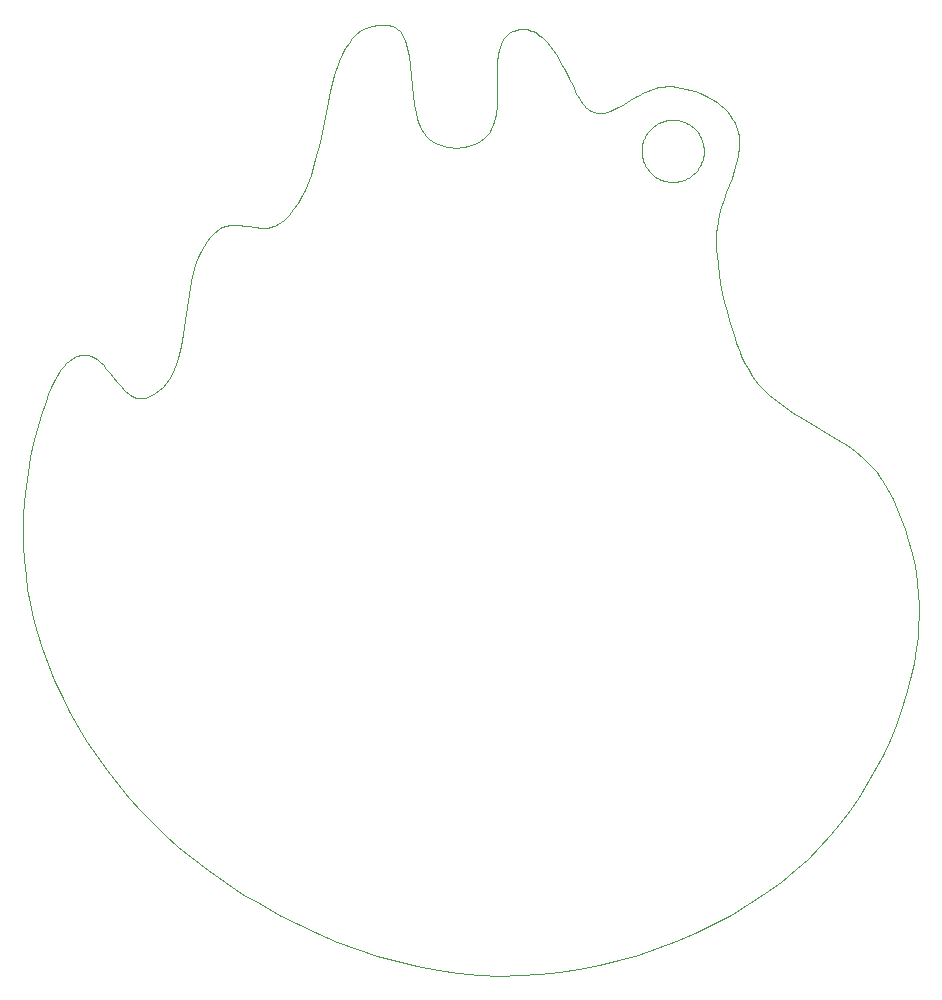
<source format=gbr>
%TF.GenerationSoftware,KiCad,Pcbnew,9.0.6*%
%TF.CreationDate,2025-11-26T15:21:53-08:00*%
%TF.ProjectId,CNC_Class_PCB,434e435f-436c-4617-9373-5f5043422e6b,rev?*%
%TF.SameCoordinates,Original*%
%TF.FileFunction,Profile,NP*%
%FSLAX46Y46*%
G04 Gerber Fmt 4.6, Leading zero omitted, Abs format (unit mm)*
G04 Created by KiCad (PCBNEW 9.0.6) date 2025-11-26 15:21:53*
%MOMM*%
%LPD*%
G01*
G04 APERTURE LIST*
%TA.AperFunction,Profile*%
%ADD10C,0.109999*%
%TD*%
%TA.AperFunction,Profile*%
%ADD11C,0.117966*%
%TD*%
G04 APERTURE END LIST*
D10*
X72917906Y-50056672D02*
X73199083Y-50137772D01*
X73448989Y-50258201D01*
X73669737Y-50415517D01*
X73863444Y-50607276D01*
X74032221Y-50831036D01*
X74178185Y-51084353D01*
X74303448Y-51364783D01*
X74410125Y-51669884D01*
X74500330Y-51997214D01*
X74639781Y-52708782D01*
X74738711Y-53479944D01*
X74814035Y-54291154D01*
X74961516Y-55955538D01*
X75067498Y-56769622D01*
X75217524Y-57545575D01*
X75314340Y-57913144D01*
X75428509Y-58263849D01*
X75562145Y-58595250D01*
X75717363Y-58904902D01*
X75896276Y-59190362D01*
X76101000Y-59449187D01*
X76333647Y-59678935D01*
X76596333Y-59877160D01*
X76830323Y-60014575D01*
X77079766Y-60132581D01*
X77342355Y-60231180D01*
X77615783Y-60310377D01*
X77897742Y-60370175D01*
X78185924Y-60410578D01*
X78478022Y-60431591D01*
X78771728Y-60433218D01*
X79064734Y-60415461D01*
X79354732Y-60378326D01*
X79639414Y-60321814D01*
X79916474Y-60245933D01*
X80183603Y-60150683D01*
X80438494Y-60036070D01*
X80678839Y-59902097D01*
X80792835Y-59827852D01*
X80902329Y-59748769D01*
X81128766Y-59551205D01*
X81325317Y-59328117D01*
X81494090Y-59081457D01*
X81637191Y-58813180D01*
X81756728Y-58525236D01*
X81854810Y-58219577D01*
X81933543Y-57898157D01*
X81995037Y-57562927D01*
X82074734Y-56858844D01*
X82110760Y-56122949D01*
X82119247Y-54618190D01*
X82125430Y-53880561D01*
X82155388Y-53173591D01*
X82225982Y-52512894D01*
X82281786Y-52204781D01*
X82354073Y-51914093D01*
X82444948Y-51642782D01*
X82556521Y-51392800D01*
X82690899Y-51166102D01*
X82850189Y-50964637D01*
X83036500Y-50790359D01*
X83251938Y-50645220D01*
X83498612Y-50531171D01*
X83778628Y-50450166D01*
X83967231Y-50417198D01*
X84151328Y-50399895D01*
X84331050Y-50397733D01*
X84506525Y-50410190D01*
X84677883Y-50436737D01*
X84845252Y-50476853D01*
X85008762Y-50530012D01*
X85168544Y-50595692D01*
X85324724Y-50673365D01*
X85477434Y-50762508D01*
X85626801Y-50862597D01*
X85772956Y-50973106D01*
X85916028Y-51093513D01*
X86056144Y-51223292D01*
X86193437Y-51361918D01*
X86328033Y-51508867D01*
X86589656Y-51825637D01*
X86842047Y-52169406D01*
X87086240Y-52535977D01*
X87323268Y-52921155D01*
X87554167Y-53320744D01*
X87779969Y-53730549D01*
X88220420Y-54564018D01*
X88326627Y-54774227D01*
X88430137Y-54989375D01*
X88634315Y-55426691D01*
X88843450Y-55860371D01*
X88953156Y-56070974D01*
X89068037Y-56274820D01*
X89189404Y-56469959D01*
X89318569Y-56654443D01*
X89386487Y-56742079D01*
X89456845Y-56826319D01*
X89529810Y-56906922D01*
X89605543Y-56983642D01*
X89684211Y-57056235D01*
X89765976Y-57124459D01*
X89851002Y-57188069D01*
X89939454Y-57246822D01*
X90031496Y-57300474D01*
X90127290Y-57348781D01*
X90227003Y-57391500D01*
X90330796Y-57428388D01*
X90425591Y-57455864D01*
X90520090Y-57477642D01*
X90614323Y-57493916D01*
X90708318Y-57504877D01*
X90802105Y-57510717D01*
X90895713Y-57511630D01*
X90989171Y-57507808D01*
X91082510Y-57499442D01*
X91175757Y-57486725D01*
X91268943Y-57469852D01*
X91362097Y-57449012D01*
X91455248Y-57424398D01*
X91641657Y-57364622D01*
X91828409Y-57292062D01*
X92015735Y-57208257D01*
X92203870Y-57114747D01*
X92393049Y-57013072D01*
X92583507Y-56904770D01*
X93362820Y-56436090D01*
X93782157Y-56190381D01*
X93995131Y-56070999D01*
X94210179Y-55955387D01*
X94427206Y-55844639D01*
X94646114Y-55739844D01*
X94866805Y-55642095D01*
X95089184Y-55552485D01*
X95313154Y-55472104D01*
X95538617Y-55402045D01*
X95765477Y-55343398D01*
X95993637Y-55297258D01*
X96223000Y-55264714D01*
X96453470Y-55246860D01*
X96684950Y-55244787D01*
X96801038Y-55250009D01*
X96917343Y-55259586D01*
X97302440Y-55307574D01*
X97693479Y-55374308D01*
X98087675Y-55459853D01*
X98482243Y-55564278D01*
X98874397Y-55687651D01*
X99261354Y-55830039D01*
X99640327Y-55991508D01*
X100008531Y-56172128D01*
X100363182Y-56371964D01*
X100701494Y-56591087D01*
X101020683Y-56829562D01*
X101317963Y-57087457D01*
X101590549Y-57364840D01*
X101835656Y-57661777D01*
X101947035Y-57817601D01*
X102050500Y-57978338D01*
X102145703Y-58143998D01*
X102232295Y-58314589D01*
X102349710Y-58589386D01*
X102443249Y-58866967D01*
X102514228Y-59147207D01*
X102563959Y-59429982D01*
X102593757Y-59715168D01*
X102604937Y-60002639D01*
X102598812Y-60292271D01*
X102576695Y-60583938D01*
X102539901Y-60877517D01*
X102489744Y-61172882D01*
X102354599Y-61768473D01*
X102181769Y-62369713D01*
X101981768Y-62975605D01*
X101542301Y-64197350D01*
X101323860Y-64811209D01*
X101120295Y-65425728D01*
X100942121Y-66039908D01*
X100799847Y-66652754D01*
X100703989Y-67263265D01*
X100676749Y-67567333D01*
X100665055Y-67870445D01*
X100664842Y-68276223D01*
X100673362Y-68682164D01*
X100690363Y-69088117D01*
X100715591Y-69493932D01*
X100789716Y-70304545D01*
X100893710Y-71112796D01*
X101025546Y-71917481D01*
X101183200Y-72717396D01*
X101364642Y-73511333D01*
X101567847Y-74298088D01*
X101777632Y-75059387D01*
X101998592Y-75823110D01*
X102238137Y-76582979D01*
X102367193Y-76959505D01*
X102503675Y-77332712D01*
X102648507Y-77701815D01*
X102802618Y-78066029D01*
X102966931Y-78424569D01*
X103142373Y-78776649D01*
X103329873Y-79121486D01*
X103530353Y-79458293D01*
X103744742Y-79786285D01*
X103973966Y-80104678D01*
X104240519Y-80438666D01*
X104522669Y-80757956D01*
X105129307Y-81356562D01*
X105784997Y-81908721D01*
X106480853Y-82422659D01*
X107207990Y-82906603D01*
X107957523Y-83368778D01*
X109488234Y-84260730D01*
X111001904Y-85164321D01*
X111730136Y-85641048D01*
X112427453Y-86145364D01*
X113084968Y-86685495D01*
X113693797Y-87269666D01*
X113977177Y-87580839D01*
X114245054Y-87906106D01*
X114496316Y-88246496D01*
X114729854Y-88603039D01*
X115186476Y-89387576D01*
X115608368Y-90197558D01*
X115995063Y-91030456D01*
X116346096Y-91883744D01*
X116661000Y-92754894D01*
X116939307Y-93641375D01*
X117180553Y-94540661D01*
X117384271Y-95450224D01*
X117549993Y-96367535D01*
X117677254Y-97290066D01*
X117765587Y-98215289D01*
X117814525Y-99140677D01*
X117823603Y-100063701D01*
X117792354Y-100981832D01*
X117720311Y-101892543D01*
X117607009Y-102793306D01*
X117378527Y-104110685D01*
X117088853Y-105425609D01*
X116739462Y-106734410D01*
X116331833Y-108033421D01*
X115867445Y-109318974D01*
X115347771Y-110587403D01*
X114774293Y-111835041D01*
X114148486Y-113058220D01*
X113471827Y-114253273D01*
X112745796Y-115416533D01*
X111971868Y-116544332D01*
X111151521Y-117633004D01*
X110286234Y-118678882D01*
X109377484Y-119678297D01*
X108426747Y-120627584D01*
X107435501Y-121523075D01*
X106139806Y-122578917D01*
X104785297Y-123575549D01*
X103376789Y-124511586D01*
X101919100Y-125385643D01*
X100417047Y-126196337D01*
X98875446Y-126942281D01*
X97299115Y-127622093D01*
X95692870Y-128234388D01*
X94061529Y-128777780D01*
X92409908Y-129250886D01*
X90742824Y-129652321D01*
X89065094Y-129980700D01*
X87381537Y-130234639D01*
X85696967Y-130412754D01*
X84016202Y-130513660D01*
X82344059Y-130535971D01*
X80595548Y-130471029D01*
X78846780Y-130315108D01*
X77101145Y-130071702D01*
X75362034Y-129744304D01*
X73632839Y-129336410D01*
X71916951Y-128851512D01*
X70217762Y-128293106D01*
X68538662Y-127664684D01*
X66883042Y-126969742D01*
X65254295Y-126211772D01*
X63655811Y-125394270D01*
X62090981Y-124520728D01*
X60563197Y-123594641D01*
X59075849Y-122619503D01*
X57632330Y-121598808D01*
X56236030Y-120536050D01*
X55113697Y-119614386D01*
X54021289Y-118645192D01*
X52961095Y-117630848D01*
X51935405Y-116573731D01*
X50946509Y-115476220D01*
X49996695Y-114340692D01*
X49088256Y-113169528D01*
X48223478Y-111965103D01*
X47404652Y-110729797D01*
X46634068Y-109465989D01*
X45914015Y-108176056D01*
X45246784Y-106862376D01*
X44634662Y-105527329D01*
X44079942Y-104173290D01*
X43584911Y-102802642D01*
X43151860Y-101417759D01*
X42838524Y-100235228D01*
X42574768Y-99034662D01*
X42360262Y-97818868D01*
X42194677Y-96590655D01*
X42077682Y-95352834D01*
X42008949Y-94108213D01*
X41988147Y-92859603D01*
X42014947Y-91609812D01*
X42089019Y-90361650D01*
X42210033Y-89117925D01*
X42377661Y-87881447D01*
X42591572Y-86655025D01*
X42851435Y-85441470D01*
X43156923Y-84243589D01*
X43507705Y-83064194D01*
X43903452Y-81906091D01*
X44129956Y-81302454D01*
X44388560Y-80675301D01*
X44531762Y-80361677D01*
X44685227Y-80052697D01*
X44849698Y-79751870D01*
X45025921Y-79462706D01*
X45214643Y-79188709D01*
X45416608Y-78933389D01*
X45632562Y-78700256D01*
X45863252Y-78492815D01*
X45984355Y-78399825D01*
X46109420Y-78314576D01*
X46238544Y-78237502D01*
X46371816Y-78169045D01*
X46509331Y-78109642D01*
X46651183Y-78059732D01*
X46797463Y-78019754D01*
X46948266Y-77990145D01*
X47144759Y-77972575D01*
X47335894Y-77981835D01*
X47522019Y-78016084D01*
X47703477Y-78073485D01*
X47880615Y-78152196D01*
X48053780Y-78250379D01*
X48223316Y-78366195D01*
X48389569Y-78497803D01*
X48552886Y-78643364D01*
X48713613Y-78801039D01*
X49028676Y-79145370D01*
X49337527Y-79516082D01*
X49642930Y-79898456D01*
X49947653Y-80277779D01*
X50254462Y-80639331D01*
X50566126Y-80968398D01*
X50724642Y-81116151D01*
X50885408Y-81250264D01*
X51048772Y-81368897D01*
X51215077Y-81470211D01*
X51384671Y-81552367D01*
X51557899Y-81613525D01*
X51735106Y-81651845D01*
X51916640Y-81665488D01*
X52102845Y-81652614D01*
X52294066Y-81611384D01*
X52294005Y-81611358D01*
X52738699Y-81452239D01*
X53139618Y-81246933D01*
X53499529Y-80998213D01*
X53821200Y-80708843D01*
X54107400Y-80381596D01*
X54360894Y-80019240D01*
X54584453Y-79624545D01*
X54780844Y-79200279D01*
X54952836Y-78749212D01*
X55103194Y-78274114D01*
X55350088Y-77262898D01*
X55543668Y-76188786D01*
X55706080Y-75073931D01*
X56025973Y-72810610D01*
X56227741Y-71706451D01*
X56486916Y-70650165D01*
X56644951Y-70146898D01*
X56825641Y-69663907D01*
X57031755Y-69203961D01*
X57266060Y-68769830D01*
X57531324Y-68364282D01*
X57830316Y-67990087D01*
X58165803Y-67650015D01*
X58540554Y-67346834D01*
X58671418Y-67261754D01*
X58807189Y-67190157D01*
X58947546Y-67131155D01*
X59092171Y-67083861D01*
X59240743Y-67047385D01*
X59392941Y-67020841D01*
X59548448Y-67003337D01*
X59706942Y-66993987D01*
X60031614Y-66996196D01*
X60364400Y-67020360D01*
X60702740Y-67059372D01*
X61044076Y-67106127D01*
X61725504Y-67194434D01*
X62060478Y-67221774D01*
X62388214Y-67228429D01*
X62548568Y-67221779D01*
X62706154Y-67207293D01*
X62860652Y-67184083D01*
X63011741Y-67151260D01*
X63159100Y-67107936D01*
X63302412Y-67053222D01*
X63441357Y-66986231D01*
X63575614Y-66906074D01*
X64052086Y-66547191D01*
X64484803Y-66133025D01*
X64876885Y-65668016D01*
X65231456Y-65156602D01*
X65551638Y-64603223D01*
X65840550Y-64012314D01*
X66337054Y-62735671D01*
X66745943Y-61362181D01*
X67092189Y-59927350D01*
X67696645Y-57015710D01*
X68004800Y-55609918D01*
X68350204Y-54284820D01*
X68757831Y-53075929D01*
X68992782Y-52526155D01*
X69252653Y-52018750D01*
X69540565Y-51558149D01*
X69859642Y-51148793D01*
X70213003Y-50795120D01*
X70603772Y-50501568D01*
X71035068Y-50272576D01*
X71510015Y-50112582D01*
X72031733Y-50026026D01*
X72603345Y-50017345D01*
X72917906Y-50056672D01*
D11*
X97100706Y-58084021D02*
X97229656Y-58092599D01*
X97358751Y-58107643D01*
X97487773Y-58129242D01*
X97616508Y-58157487D01*
X97744738Y-58192466D01*
X97872246Y-58234269D01*
X97998818Y-58282986D01*
X98122766Y-58338038D01*
X98242488Y-58398641D01*
X98357894Y-58464579D01*
X98468895Y-58535636D01*
X98575401Y-58611596D01*
X98677324Y-58692242D01*
X98774571Y-58777358D01*
X98867055Y-58866728D01*
X98954685Y-58960135D01*
X99037374Y-59057364D01*
X99115029Y-59158196D01*
X99187563Y-59262418D01*
X99254885Y-59369812D01*
X99316906Y-59480162D01*
X99373536Y-59593251D01*
X99424687Y-59708864D01*
X99470267Y-59826784D01*
X99510188Y-59946796D01*
X99544360Y-60068681D01*
X99572693Y-60192225D01*
X99595098Y-60317210D01*
X99611485Y-60443422D01*
X99621765Y-60570642D01*
X99625848Y-60698656D01*
X99623644Y-60827246D01*
X99615065Y-60956197D01*
X99600020Y-61085293D01*
X99578419Y-61214316D01*
X99550174Y-61343050D01*
X99515195Y-61471280D01*
X99473391Y-61598790D01*
X99424673Y-61725362D01*
X99369622Y-61849310D01*
X99309019Y-61969032D01*
X99243081Y-62084439D01*
X99172024Y-62195441D01*
X99096065Y-62301948D01*
X99015419Y-62403870D01*
X98930303Y-62501119D01*
X98840935Y-62593605D01*
X98747529Y-62681237D01*
X98650300Y-62763926D01*
X98549468Y-62841584D01*
X98445248Y-62914119D01*
X98337854Y-62981443D01*
X98227505Y-63043466D01*
X98114416Y-63100098D01*
X97998804Y-63151250D01*
X97880884Y-63196832D01*
X97760874Y-63236755D01*
X97638990Y-63270929D01*
X97515447Y-63299263D01*
X97390462Y-63321670D01*
X97264252Y-63338059D01*
X97137031Y-63348340D01*
X97009019Y-63352425D01*
X96880428Y-63350223D01*
X96751478Y-63341645D01*
X96622383Y-63326600D01*
X96493360Y-63305001D01*
X96364625Y-63276756D01*
X96236395Y-63241777D01*
X96108887Y-63199974D01*
X95982314Y-63151256D01*
X95858367Y-63096205D01*
X95738645Y-63035602D01*
X95623239Y-62969664D01*
X95512238Y-62898607D01*
X95405732Y-62822647D01*
X95303810Y-62742001D01*
X95206563Y-62656885D01*
X95114080Y-62567515D01*
X95026449Y-62474108D01*
X94943761Y-62376880D01*
X94866106Y-62276047D01*
X94793572Y-62171825D01*
X94726250Y-62064432D01*
X94664229Y-61954082D01*
X94607599Y-61840992D01*
X94556449Y-61725380D01*
X94510869Y-61607460D01*
X94470948Y-61487449D01*
X94436776Y-61365563D01*
X94408443Y-61242019D01*
X94386038Y-61117035D01*
X94369651Y-60990823D01*
X94359371Y-60863602D01*
X94355287Y-60735589D01*
X94357492Y-60606998D01*
X94366071Y-60478047D01*
X94381116Y-60348952D01*
X94402716Y-60219929D01*
X94430962Y-60091194D01*
X94465941Y-59962964D01*
X94507745Y-59835454D01*
X94556462Y-59708883D01*
X94611514Y-59584934D01*
X94672117Y-59465212D01*
X94738055Y-59349805D01*
X94809111Y-59238804D01*
X94885071Y-59132297D01*
X94965717Y-59030374D01*
X95050832Y-58933125D01*
X95140201Y-58840640D01*
X95233607Y-58753007D01*
X95330835Y-58670319D01*
X95431668Y-58592661D01*
X95535888Y-58520125D01*
X95643282Y-58452801D01*
X95753631Y-58390779D01*
X95866719Y-58334146D01*
X95982332Y-58282994D01*
X96100250Y-58237412D01*
X96220261Y-58197489D01*
X96342145Y-58163316D01*
X96465688Y-58134981D01*
X96590673Y-58112574D01*
X96716883Y-58096185D01*
X96844103Y-58085903D01*
X96972116Y-58081819D01*
X97100706Y-58084021D01*
M02*

</source>
